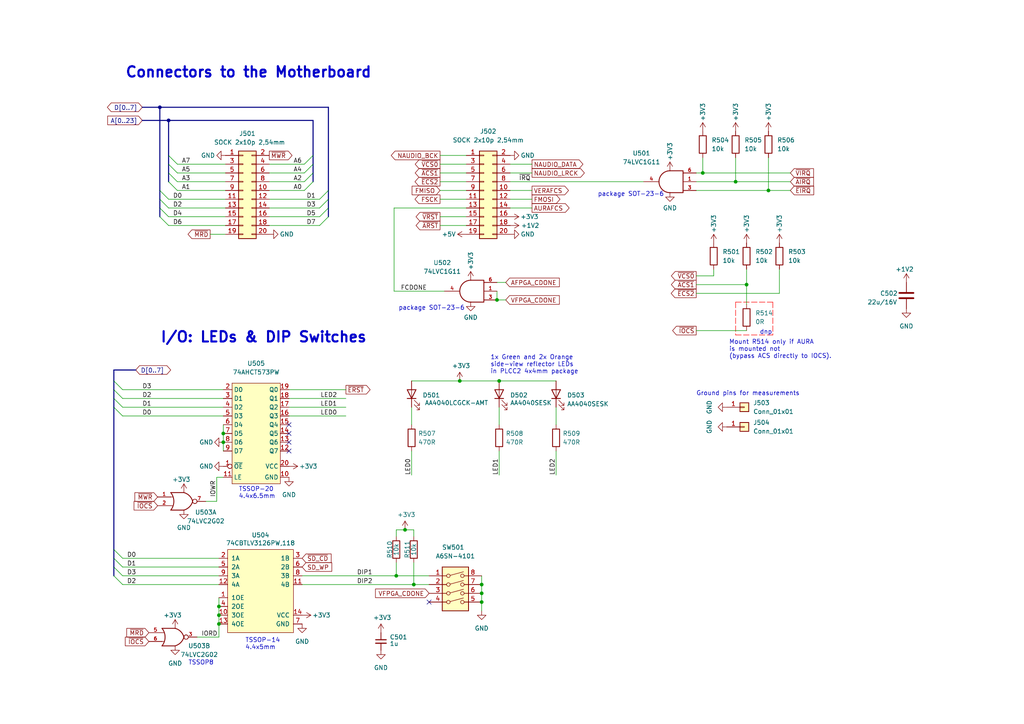
<source format=kicad_sch>
(kicad_sch (version 20211123) (generator eeschema)
  (paper "A4")
  (title_block (title "OpenX65 - Video/Audio & Ethernet Board") (date "2023-04-28") (rev "rev01") (company "FOR X65.EU DESIGNED BY JSYKORA.INFO") (comment 1 "Motherboard Connectors, simple I/O"))
  (lib_symbols
    (symbol "74xGxx:74LVC1G11" (pin_names (offset 1.016))
      (property "Reference" "U" (at -2.54 5.08 0))
      (property "Value" "74LVC1G11" (at 0 -5.08 0))
      (symbol "74LVC1G11_0_1"
        (arc (start 0 -3.175) (mid 3.175 0) (end 0 3.175) (stroke (width 0.254)))
        (polyline (pts (xy 0 -3.175) (xy -3.81 -3.175) (xy -3.81 3.175) (xy 0 3.175)) (stroke (width 0.254)))
      )
      (symbol "74LVC1G11_1_1"
        (pin input line (at -7.62 0 0) (length 3.81) (name "~") (number "1"))
        (pin power_in line (at 0 -3.175 270) (length 0) hide (name "GND") (number "2"))
        (pin input line (at -7.62 -2.54 0) (length 3.81) (name "~") (number "3"))
        (pin output line (at 7.62 0 180) (length 4.445) (name "~") (number "4"))
        (pin power_in line (at 0 3.175 90) (length 0) hide (name "VCC") (number "5"))
        (pin input line (at -7.62 2.54 0) (length 3.81) (name "~") (number "6"))
      )
    )
    (symbol "74xGxx:74LVC2G02" (pin_names (offset 1.016))
      (property "Reference" "U" (at -2.54 3.81 0))
      (property "Value" "74LVC2G02" (at 0 -3.81 0))
      (symbol "74LVC2G02_0_1"
        (arc (start -3.81 -2.54) (mid -2.919 0) (end -3.81 2.54) (stroke (width 0.254)))
        (arc (start 0 -2.54) (mid 1.5993 -1.6027) (end 2.54 0) (stroke (width 0.254)))
        (polyline (pts (xy -3.81 -1.27) (xy -3.175 -1.27)))
        (polyline (pts (xy -3.81 1.27) (xy -3.175 1.27)))
        (polyline (pts (xy 0 -2.54) (xy -3.81 -2.54)) (stroke (width 0.254)) (fill (type background)))
        (polyline (pts (xy 0 2.54) (xy -3.81 2.54)) (stroke (width 0.254)) (fill (type background)))
        (arc (start 2.54 0) (mid 1.6119 1.6152) (end 0 2.54) (stroke (width 0.254)))
        (pin power_in line (at 0 -2.54 270) (length 0) hide (name "GND") (number "4"))
        (pin power_in line (at 0 2.54 90) (length 0) hide (name "VCC") (number "8"))
      )
      (symbol "74LVC2G02_1_1"
        (pin input line (at -7.62 1.27 0) (length 3.81) (name "~") (number "1"))
        (pin input line (at -7.62 -1.27 0) (length 3.81) (name "~") (number "2"))
        (pin output inverted (at 6.35 0 180) (length 3.81) (name "~") (number "7"))
      )
      (symbol "74LVC2G02_2_1"
        (pin output inverted (at 6.35 0 180) (length 3.81) (name "~") (number "3"))
        (pin input line (at -7.62 1.27 0) (length 3.81) (name "~") (number "5"))
        (pin input line (at -7.62 -1.27 0) (length 3.81) (name "~") (number "6"))
      )
    )
    (symbol "Connector_Generic:Conn_01x01" (pin_names (offset 1.016) hide)
      (property "Reference" "J" (at 0 2.54 0))
      (property "Value" "Conn_01x01" (at 0 -2.54 0))
      (symbol "Conn_01x01_1_1"
        (rectangle (start -1.27 0.127) (end 0 -0.127) (stroke (width 0.1524)))
        (rectangle (start -1.27 1.27) (end 1.27 -1.27) (stroke (width 0.254)) (fill (type background)))
        (pin passive line (at -5.08 0 0) (length 3.81) (name "Pin_1") (number "1"))
      )
    )
    (symbol "Connector_Generic:Conn_02x10_Odd_Even" (pin_names (offset 1.016) hide)
      (property "Reference" "J" (at 1.27 12.7 0))
      (property "Value" "Conn_02x10_Odd_Even" (at 1.27 -15.24 0))
      (symbol "Conn_02x10_Odd_Even_1_1"
        (rectangle (start -1.27 -12.573) (end 0 -12.827) (stroke (width 0.1524)))
        (rectangle (start -1.27 -10.033) (end 0 -10.287) (stroke (width 0.1524)))
        (rectangle (start -1.27 -7.493) (end 0 -7.747) (stroke (width 0.1524)))
        (rectangle (start -1.27 -4.953) (end 0 -5.207) (stroke (width 0.1524)))
        (rectangle (start -1.27 -2.413) (end 0 -2.667) (stroke (width 0.1524)))
        (rectangle (start -1.27 0.127) (end 0 -0.127) (stroke (width 0.1524)))
        (rectangle (start -1.27 2.667) (end 0 2.413) (stroke (width 0.1524)))
        (rectangle (start -1.27 5.207) (end 0 4.953) (stroke (width 0.1524)))
        (rectangle (start -1.27 7.747) (end 0 7.493) (stroke (width 0.1524)))
        (rectangle (start -1.27 10.287) (end 0 10.033) (stroke (width 0.1524)))
        (rectangle (start -1.27 11.43) (end 3.81 -13.97) (stroke (width 0.254)) (fill (type background)))
        (rectangle (start 3.81 -12.573) (end 2.54 -12.827) (stroke (width 0.1524)))
        (rectangle (start 3.81 -10.033) (end 2.54 -10.287) (stroke (width 0.1524)))
        (rectangle (start 3.81 -7.493) (end 2.54 -7.747) (stroke (width 0.1524)))
        (rectangle (start 3.81 -4.953) (end 2.54 -5.207) (stroke (width 0.1524)))
        (rectangle (start 3.81 -2.413) (end 2.54 -2.667) (stroke (width 0.1524)))
        (rectangle (start 3.81 0.127) (end 2.54 -0.127) (stroke (width 0.1524)))
        (rectangle (start 3.81 2.667) (end 2.54 2.413) (stroke (width 0.1524)))
        (rectangle (start 3.81 5.207) (end 2.54 4.953) (stroke (width 0.1524)))
        (rectangle (start 3.81 7.747) (end 2.54 7.493) (stroke (width 0.1524)))
        (rectangle (start 3.81 10.287) (end 2.54 10.033) (stroke (width 0.1524)))
        (pin passive line (at -5.08 10.16 0) (length 3.81) (name "Pin_1") (number "1"))
        (pin passive line (at 7.62 0 180) (length 3.81) (name "Pin_10") (number "10"))
        (pin passive line (at -5.08 -2.54 0) (length 3.81) (name "Pin_11") (number "11"))
        (pin passive line (at 7.62 -2.54 180) (length 3.81) (name "Pin_12") (number "12"))
        (pin passive line (at -5.08 -5.08 0) (length 3.81) (name "Pin_13") (number "13"))
        (pin passive line (at 7.62 -5.08 180) (length 3.81) (name "Pin_14") (number "14"))
        (pin passive line (at -5.08 -7.62 0) (length 3.81) (name "Pin_15") (number "15"))
        (pin passive line (at 7.62 -7.62 180) (length 3.81) (name "Pin_16") (number "16"))
        (pin passive line (at -5.08 -10.16 0) (length 3.81) (name "Pin_17") (number "17"))
        (pin passive line (at 7.62 -10.16 180) (length 3.81) (name "Pin_18") (number "18"))
        (pin passive line (at -5.08 -12.7 0) (length 3.81) (name "Pin_19") (number "19"))
        (pin passive line (at 7.62 10.16 180) (length 3.81) (name "Pin_2") (number "2"))
        (pin passive line (at 7.62 -12.7 180) (length 3.81) (name "Pin_20") (number "20"))
        (pin passive line (at -5.08 7.62 0) (length 3.81) (name "Pin_3") (number "3"))
        (pin passive line (at 7.62 7.62 180) (length 3.81) (name "Pin_4") (number "4"))
        (pin passive line (at -5.08 5.08 0) (length 3.81) (name "Pin_5") (number "5"))
        (pin passive line (at 7.62 5.08 180) (length 3.81) (name "Pin_6") (number "6"))
        (pin passive line (at -5.08 2.54 0) (length 3.81) (name "Pin_7") (number "7"))
        (pin passive line (at 7.62 2.54 180) (length 3.81) (name "Pin_8") (number "8"))
        (pin passive line (at -5.08 0 0) (length 3.81) (name "Pin_9") (number "9"))
      )
    )
    (symbol "Device:C" (pin_numbers hide) (pin_names (offset 0.254))
      (property "Reference" "C" (at 0.635 2.54 0))
      (property "Value" "C" (at 0.635 -2.54 0))
      (symbol "C_0_1"
        (polyline (pts (xy -2.032 -0.762) (xy 2.032 -0.762)) (stroke (width 0.508)))
        (polyline (pts (xy -2.032 0.762) (xy 2.032 0.762)) (stroke (width 0.508)))
      )
      (symbol "C_1_1"
        (pin passive line (at 0 3.81 270) (length 2.794) (name "~") (number "1"))
        (pin passive line (at 0 -3.81 90) (length 2.794) (name "~") (number "2"))
      )
    )
    (symbol "Device:C_Small" (pin_numbers hide) (pin_names (offset 0.254) hide)
      (property "Reference" "C" (at 0.254 1.778 0))
      (property "Value" "C_Small" (at 0.254 -2.032 0))
      (symbol "C_Small_0_1"
        (polyline (pts (xy -1.524 -0.508) (xy 1.524 -0.508)) (stroke (width 0.3302)))
        (polyline (pts (xy -1.524 0.508) (xy 1.524 0.508)) (stroke (width 0.3048)))
      )
      (symbol "C_Small_1_1"
        (pin passive line (at 0 2.54 270) (length 2.032) (name "~") (number "1"))
        (pin passive line (at 0 -2.54 90) (length 2.032) (name "~") (number "2"))
      )
    )
    (symbol "Device:LED" (pin_numbers hide) (pin_names (offset 1.016) hide)
      (property "Reference" "D" (at 0 2.54 0))
      (property "Value" "LED" (at 0 -2.54 0))
      (symbol "LED_0_1"
        (polyline (pts (xy -1.27 -1.27) (xy -1.27 1.27)) (stroke (width 0.254)))
        (polyline (pts (xy -1.27 0) (xy 1.27 0)))
        (polyline (pts (xy 1.27 -1.27) (xy 1.27 1.27) (xy -1.27 0) (xy 1.27 -1.27)) (stroke (width 0.254)))
        (polyline (pts (xy -3.048 -0.762) (xy -4.572 -2.286) (xy -3.81 -2.286) (xy -4.572 -2.286) (xy -4.572 -1.524)))
        (polyline (pts (xy -1.778 -0.762) (xy -3.302 -2.286) (xy -2.54 -2.286) (xy -3.302 -2.286) (xy -3.302 -1.524)))
      )
      (symbol "LED_1_1"
        (pin passive line (at -3.81 0 0) (length 2.54) (name "K") (number "1"))
        (pin passive line (at 3.81 0 180) (length 2.54) (name "A") (number "2"))
      )
    )
    (symbol "Device:R" (pin_numbers hide) (pin_names (offset 0))
      (property "Reference" "R" (at 2.032 0 90))
      (property "Value" "R" (at 0 0 90))
      (symbol "R_0_1"
        (rectangle (start -1.016 -2.54) (end 1.016 2.54) (stroke (width 0.254)))
      )
      (symbol "R_1_1"
        (pin passive line (at 0 3.81 270) (length 1.27) (name "~") (number "1"))
        (pin passive line (at 0 -3.81 90) (length 1.27) (name "~") (number "2"))
      )
    )
    (symbol "GND_1" (power) (pin_names (offset 0))
      (property "Value" "GND_1" (at 0 -3.81 0))
      (symbol "GND_1_0_1"
        (polyline (pts (xy 0 0) (xy 0 -1.27) (xy 1.27 -1.27) (xy 0 -2.54) (xy -1.27 -1.27) (xy 0 -1.27)))
      )
      (symbol "GND_1_1_1"
        (pin power_in line (at 0 0 270) (length 0) hide (name "GND") (number "1"))
      )
    )
    (symbol "Logic574:74AHCT573PW"
      (property "Reference" "U" (at -6.35 -15.875 0))
      (property "Value" "74AHCT573PW" (at -0.635 -17.78 0))
      (symbol "74AHCT573PW_0_1"
        (rectangle (start -6.985 14.605) (end 6.985 -14.605) (fill (type background)))
      )
      (symbol "74AHCT573PW_1_1"
        (pin input inverted (at -9.525 -9.525 0) (length 2.54) (name "~{OE}") (number "1"))
        (pin power_in line (at 9.525 -12.7 180) (length 2.54) (name "GND") (number "10"))
        (pin input line (at -9.525 -12.7 0) (length 2.54) (name "LE") (number "11"))
        (pin tri_state line (at 9.525 -5.08 180) (length 2.54) (name "Q7") (number "12"))
        (pin tri_state line (at 9.525 -2.54 180) (length 2.54) (name "Q6") (number "13"))
        (pin tri_state line (at 9.525 0 180) (length 2.54) (name "Q5") (number "14"))
        (pin tri_state line (at 9.525 2.54 180) (length 2.54) (name "Q4") (number "15"))
        (pin tri_state line (at 9.525 5.08 180) (length 2.54) (name "Q3") (number "16"))
        (pin tri_state line (at 9.525 7.62 180) (length 2.54) (name "Q2") (number "17"))
        (pin tri_state line (at 9.525 10.16 180) (length 2.54) (name "Q1") (number "18"))
        (pin tri_state line (at 9.525 12.7 180) (length 2.54) (name "Q0") (number "19"))
        (pin input line (at -9.525 12.7 0) (length 2.54) (name "D0") (number "2"))
        (pin power_in line (at 9.525 -9.525 180) (length 2.54) (name "VCC") (number "20"))
        (pin input line (at -9.525 10.16 0) (length 2.54) (name "D1") (number "3"))
        (pin input line (at -9.525 7.62 0) (length 2.54) (name "D2") (number "4"))
        (pin input line (at -9.525 5.08 0) (length 2.54) (name "D3") (number "5"))
        (pin input line (at -9.525 2.54 0) (length 2.54) (name "D4") (number "6"))
        (pin input line (at -9.525 0 0) (length 2.54) (name "D5") (number "7"))
        (pin input line (at -9.525 -2.54 0) (length 2.54) (name "D6") (number "8"))
        (pin input line (at -9.525 -5.08 0) (length 2.54) (name "D7") (number "9"))
      )
    )
    (symbol "Switch:SW_DIP_x04" (pin_names (offset 0) hide)
      (property "Reference" "SW" (at 0 8.89 0))
      (property "Value" "SW_DIP_x04" (at 0 -6.35 0))
      (symbol "SW_DIP_x04_0_0"
        (circle (center -2.032 -2.54) (radius 0.508))
        (circle (center -2.032 0) (radius 0.508))
        (circle (center -2.032 2.54) (radius 0.508))
        (circle (center -2.032 5.08) (radius 0.508))
        (polyline (pts (xy -1.524 -2.3876) (xy 2.3622 -1.3462)))
        (polyline (pts (xy -1.524 0.127) (xy 2.3622 1.1684)))
        (polyline (pts (xy -1.524 2.667) (xy 2.3622 3.7084)))
        (polyline (pts (xy -1.524 5.207) (xy 2.3622 6.2484)))
        (circle (center 2.032 -2.54) (radius 0.508))
        (circle (center 2.032 0) (radius 0.508))
        (circle (center 2.032 2.54) (radius 0.508))
        (circle (center 2.032 5.08) (radius 0.508))
      )
      (symbol "SW_DIP_x04_0_1"
        (rectangle (start -3.81 7.62) (end 3.81 -5.08) (stroke (width 0.254)) (fill (type background)))
      )
      (symbol "SW_DIP_x04_1_1"
        (pin passive line (at -7.62 5.08 0) (length 5.08) (name "~") (number "1"))
        (pin passive line (at -7.62 2.54 0) (length 5.08) (name "~") (number "2"))
        (pin passive line (at -7.62 0 0) (length 5.08) (name "~") (number "3"))
        (pin passive line (at -7.62 -2.54 0) (length 5.08) (name "~") (number "4"))
        (pin passive line (at 7.62 -2.54 180) (length 5.08) (name "~") (number "5"))
        (pin passive line (at 7.62 0 180) (length 5.08) (name "~") (number "6"))
        (pin passive line (at 7.62 2.54 180) (length 5.08) (name "~") (number "7"))
        (pin passive line (at 7.62 5.08 180) (length 5.08) (name "~") (number "8"))
      )
    )
    (symbol "power:+1V2" (power) (pin_names (offset 0))
      (property "Value" "+1V2" (at 0 3.556 0))
      (symbol "+1V2_0_1"
        (polyline (pts (xy -0.762 1.27) (xy 0 2.54)))
        (polyline (pts (xy 0 0) (xy 0 2.54)))
        (polyline (pts (xy 0 2.54) (xy 0.762 1.27)))
      )
      (symbol "+1V2_1_1"
        (pin power_in line (at 0 0 90) (length 0) hide (name "+1V2") (number "1"))
      )
    )
    (symbol "power:+3V3" (power) (pin_names (offset 0))
      (property "Value" "+3V3" (at 0 3.556 0))
      (symbol "+3V3_0_1"
        (polyline (pts (xy -0.762 1.27) (xy 0 2.54)))
        (polyline (pts (xy 0 0) (xy 0 2.54)))
        (polyline (pts (xy 0 2.54) (xy 0.762 1.27)))
      )
      (symbol "+3V3_1_1"
        (pin power_in line (at 0 0 90) (length 0) hide (name "+3V3") (number "1"))
      )
    )
    (symbol "power:+5V" (power) (pin_names (offset 0))
      (property "Value" "+5V" (at 0 3.556 0))
      (symbol "+5V_0_1"
        (polyline (pts (xy -0.762 1.27) (xy 0 2.54)))
        (polyline (pts (xy 0 0) (xy 0 2.54)))
        (polyline (pts (xy 0 2.54) (xy 0.762 1.27)))
      )
      (symbol "+5V_1_1"
        (pin power_in line (at 0 0 90) (length 0) hide (name "+5V") (number "1"))
      )
    )
    (symbol "power:GND" (power) (pin_names (offset 0))
      (property "Value" "GND" (at 0 -3.81 0))
      (symbol "GND_0_1"
        (polyline (pts (xy 0 0) (xy 0 -1.27) (xy 1.27 -1.27) (xy 0 -2.54) (xy -1.27 -1.27) (xy 0 -1.27)))
      )
      (symbol "GND_1_1"
        (pin power_in line (at 0 0 270) (length 0) hide (name "GND") (number "1"))
      )
    )
    (symbol "vera-module:74CBTLV3126PW,118" (pin_names (offset 1.016))
      (property "Reference" "U" (at 1.27 1.27 0))
      (property "Value" "74CBTLV3126PW,118" (at 7.62 -25.4 0))
      (symbol "74CBTLV3126PW,118_0_1"
        (rectangle (start 0 0) (end 19.05 -24.13) (fill (type background)))
      )
      (symbol "74CBTLV3126PW,118_1_1"
        (pin input line (at -2.54 -13.97 0) (length 2.54) (name "1OE") (number "1"))
        (pin input line (at -2.54 -19.05 0) (length 2.54) (name "3OE") (number "10"))
        (pin bidirectional line (at 21.59 -10.16 180) (length 2.54) (name "4B") (number "11"))
        (pin bidirectional line (at -2.54 -10.16 0) (length 2.54) (name "4A") (number "12"))
        (pin input line (at -2.54 -21.59 0) (length 2.54) (name "4OE") (number "13"))
        (pin power_in line (at 21.59 -19.05 180) (length 2.54) (name "VCC") (number "14"))
        (pin bidirectional line (at -2.54 -2.54 0) (length 2.54) (name "1A") (number "2"))
        (pin bidirectional line (at 21.59 -2.54 180) (length 2.54) (name "1B") (number "3"))
        (pin input line (at -2.54 -16.51 0) (length 2.54) (name "2OE") (number "4"))
        (pin bidirectional line (at -2.54 -5.08 0) (length 2.54) (name "2A") (number "5"))
        (pin bidirectional line (at 21.59 -5.08 180) (length 2.54) (name "2B") (number "6"))
        (pin power_in line (at 21.59 -21.59 180) (length 2.54) (name "GND") (number "7"))
        (pin bidirectional line (at 21.59 -7.62 180) (length 2.54) (name "3B") (number "8"))
        (pin bidirectional line (at -2.54 -7.62 0) (length 2.54) (name "3A") (number "9"))
      )
    )
  )
  (junction (at 63.5 175.895))
  (junction (at 216.535 82.55))
  (junction (at 203.835 50.165))
  (junction (at 117.475 153.67))
  (junction (at 139.7 169.545))
  (junction (at 144.145 86.995))
  (junction (at 64.77 125.73))
  (junction (at 63.5 180.975))
  (junction (at 213.36 52.705))
  (junction (at 139.7 172.085))
  (junction (at 133.35 110.49))
  (junction (at 114.935 167.005))
  (junction (at 46.355 31.115))
  (junction (at 139.7 174.625))
  (junction (at 48.895 34.925))
  (junction (at 64.77 128.27))
  (junction (at 63.5 178.435))
  (junction (at 144.78 110.49))
  (junction (at 222.885 55.245))
  (junction (at 120.015 169.545))
  (no_connect (at 83.82 130.81))
  (no_connect (at 124.46 174.625))
  (no_connect (at 83.82 128.27))
  (no_connect (at 83.82 125.73))
  (no_connect (at 83.82 123.19))
  (bus_entry (at 33.02 118.11) (size 2.54 2.54))
  (bus_entry (at 51.435 52.705) (size -2.54 -2.54))
  (bus_entry (at 33.02 164.465) (size 2.54 2.54))
  (bus_entry (at 33.02 115.57) (size 2.54 2.54))
  (bus_entry (at 48.895 60.325) (size -2.54 -2.54))
  (bus_entry (at 92.71 57.785) (size 2.54 -2.54))
  (bus_entry (at 48.895 45.085) (size 2.54 2.54))
  (bus_entry (at 33.02 167.005) (size 2.54 2.54))
  (bus_entry (at 88.265 52.705) (size 2.54 -2.54))
  (bus_entry (at 88.265 55.245) (size 2.54 -2.54))
  (bus_entry (at 51.435 55.245) (size -2.54 -2.54))
  (bus_entry (at 92.71 62.865) (size 2.54 -2.54))
  (bus_entry (at 48.895 62.865) (size -2.54 -2.54))
  (bus_entry (at 92.71 60.325) (size 2.54 -2.54))
  (bus_entry (at 48.895 57.785) (size -2.54 -2.54))
  (bus_entry (at 33.02 110.49) (size 2.54 2.54))
  (bus_entry (at 33.02 113.03) (size 2.54 2.54))
  (bus_entry (at 92.71 65.405) (size 2.54 -2.54))
  (bus_entry (at 88.265 47.625) (size 2.54 -2.54))
  (bus_entry (at 88.265 50.165) (size 2.54 -2.54))
  (bus_entry (at 33.02 161.925) (size 2.54 2.54))
  (bus_entry (at 33.02 159.385) (size 2.54 2.54))
  (bus_entry (at 48.895 65.405) (size -2.54 -2.54))
  (bus_entry (at 51.435 50.165) (size -2.54 -2.54))
  (wire (pts (xy 59.69 145.415) (xy 62.865 145.415)))
  (wire (pts (xy 64.77 128.27) (xy 64.77 130.81)))
  (wire (pts (xy 57.15 184.785) (xy 63.5 184.785)))
  (wire (pts (xy 114.935 153.67) (xy 114.935 155.575)))
  (wire (pts (xy 147.955 50.165) (xy 154.305 50.165)))
  (wire (pts (xy 127.635 47.625) (xy 135.255 47.625)))
  (wire (pts (xy 229.235 50.165) (xy 203.835 50.165)))
  (wire (pts (xy 114.935 163.195) (xy 114.935 167.005)))
  (wire (pts (xy 83.82 113.03) (xy 100.33 113.03)))
  (wire (pts (xy 48.895 62.865) (xy 65.405 62.865)))
  (wire (pts (xy 147.955 55.245) (xy 154.305 55.245)))
  (wire (pts (xy 63.5 175.895) (xy 63.5 178.435)))
  (wire (pts (xy 144.78 110.49) (xy 161.29 110.49)))
  (wire (pts (xy 216.535 82.55) (xy 216.535 78.105)))
  (wire (pts (xy 127.635 50.165) (xy 135.255 50.165)))
  (wire (pts (xy 144.78 118.11) (xy 144.78 123.19)))
  (wire (pts (xy 78.105 47.625) (xy 88.265 47.625)))
  (bus (pts (xy 33.02 107.315) (xy 39.37 107.315)))
  (wire (pts (xy 222.885 45.72) (xy 222.885 55.245)))
  (wire (pts (xy 51.435 50.165) (xy 65.405 50.165)))
  (bus (pts (xy 48.895 50.165) (xy 48.895 52.705)))
  (wire (pts (xy 201.93 95.885) (xy 216.535 95.885)))
  (wire (pts (xy 147.955 52.705) (xy 186.69 52.705)))
  (wire (pts (xy 146.685 81.915) (xy 144.145 81.915)))
  (wire (pts (xy 216.535 82.55) (xy 216.535 88.265)))
  (bus (pts (xy 33.02 118.11) (xy 33.02 159.385)))
  (wire (pts (xy 203.835 45.72) (xy 203.835 50.165)))
  (wire (pts (xy 83.82 118.11) (xy 100.33 118.11)))
  (polyline (pts (xy 224.155 87.63) (xy 224.155 97.155)) (stroke (width 0) (color 255 0 0 1)))
  (wire (pts (xy 226.06 85.09) (xy 226.06 78.105)))
  (bus (pts (xy 33.02 115.57) (xy 33.02 118.11)))
  (bus (pts (xy 95.25 60.325) (xy 95.25 62.865)))
  (wire (pts (xy 139.7 169.545) (xy 139.7 172.085)))
  (polyline (pts (xy 224.155 97.155) (xy 213.36 97.155)) (stroke (width 0) (color 255 0 0 1)))
  (wire (pts (xy 201.93 85.09) (xy 226.06 85.09)))
  (wire (pts (xy 213.36 52.705) (xy 229.235 52.705)))
  (wire (pts (xy 48.895 60.325) (xy 65.405 60.325)))
  (wire (pts (xy 78.105 57.785) (xy 92.71 57.785)))
  (bus (pts (xy 33.02 159.385) (xy 33.02 161.925)))
  (wire (pts (xy 144.78 130.81) (xy 144.78 137.795)))
  (wire (pts (xy 203.835 50.165) (xy 201.93 50.165)))
  (wire (pts (xy 201.93 80.01) (xy 207.01 80.01)))
  (bus (pts (xy 33.02 164.465) (xy 33.02 167.005)))
  (wire (pts (xy 119.38 130.81) (xy 119.38 137.795)))
  (wire (pts (xy 87.63 167.005) (xy 114.935 167.005)))
  (bus (pts (xy 95.25 31.115) (xy 95.25 55.245)))
  (bus (pts (xy 90.805 50.165) (xy 90.805 52.705)))
  (wire (pts (xy 127.635 57.785) (xy 135.255 57.785)))
  (wire (pts (xy 117.475 153.67) (xy 114.935 153.67)))
  (wire (pts (xy 147.955 60.325) (xy 154.305 60.325)))
  (wire (pts (xy 35.56 161.925) (xy 63.5 161.925)))
  (wire (pts (xy 147.955 57.785) (xy 154.305 57.785)))
  (wire (pts (xy 35.56 113.03) (xy 64.77 113.03)))
  (wire (pts (xy 48.895 57.785) (xy 65.405 57.785)))
  (wire (pts (xy 144.145 86.995) (xy 146.685 86.995)))
  (wire (pts (xy 139.7 172.085) (xy 139.7 174.625)))
  (bus (pts (xy 48.895 45.085) (xy 48.895 47.625)))
  (wire (pts (xy 64.77 123.19) (xy 64.77 125.73)))
  (wire (pts (xy 87.63 169.545) (xy 120.015 169.545)))
  (wire (pts (xy 119.38 110.49) (xy 133.35 110.49)))
  (bus (pts (xy 33.02 110.49) (xy 33.02 113.03)))
  (wire (pts (xy 229.235 55.245) (xy 222.885 55.245)))
  (wire (pts (xy 127.635 52.705) (xy 135.255 52.705)))
  (wire (pts (xy 127.635 55.245) (xy 135.255 55.245)))
  (bus (pts (xy 90.805 50.165) (xy 90.805 47.625)))
  (wire (pts (xy 35.56 167.005) (xy 63.5 167.005)))
  (wire (pts (xy 120.015 169.545) (xy 124.46 169.545)))
  (wire (pts (xy 127.635 45.085) (xy 135.255 45.085)))
  (bus (pts (xy 90.805 34.925) (xy 48.895 34.925)))
  (wire (pts (xy 114.3 84.455) (xy 128.905 84.455)))
  (wire (pts (xy 127.635 62.865) (xy 135.255 62.865)))
  (wire (pts (xy 51.435 52.705) (xy 65.405 52.705)))
  (bus (pts (xy 46.355 57.785) (xy 46.355 55.245)))
  (bus (pts (xy 48.895 47.625) (xy 48.895 50.165)))
  (bus (pts (xy 48.895 34.925) (xy 48.895 45.085)))
  (wire (pts (xy 127.635 65.405) (xy 135.255 65.405)))
  (wire (pts (xy 60.96 67.945) (xy 65.405 67.945)))
  (wire (pts (xy 119.38 118.11) (xy 119.38 123.19)))
  (wire (pts (xy 139.7 167.005) (xy 139.7 169.545)))
  (wire (pts (xy 64.77 125.73) (xy 64.77 128.27)))
  (bus (pts (xy 46.355 60.325) (xy 46.355 62.865)))
  (wire (pts (xy 78.105 55.245) (xy 88.265 55.245)))
  (bus (pts (xy 90.805 34.925) (xy 90.805 45.085)))
  (wire (pts (xy 161.29 130.81) (xy 161.29 137.795)))
  (wire (pts (xy 114.3 60.325) (xy 114.3 84.455)))
  (bus (pts (xy 46.355 31.115) (xy 95.25 31.115)))
  (wire (pts (xy 139.7 174.625) (xy 139.7 177.165)))
  (bus (pts (xy 41.275 34.925) (xy 48.895 34.925)))
  (wire (pts (xy 83.82 120.65) (xy 100.33 120.65)))
  (bus (pts (xy 90.805 47.625) (xy 90.805 45.085)))
  (wire (pts (xy 63.5 178.435) (xy 63.5 180.975)))
  (wire (pts (xy 114.935 167.005) (xy 124.46 167.005)))
  (wire (pts (xy 63.5 173.355) (xy 63.5 175.895)))
  (wire (pts (xy 78.105 65.405) (xy 92.71 65.405)))
  (polyline (pts (xy 213.36 87.63) (xy 213.36 97.155)) (stroke (width 0) (color 255 0 0 1)))
  (wire (pts (xy 114.3 60.325) (xy 135.255 60.325)))
  (wire (pts (xy 35.56 118.11) (xy 64.77 118.11)))
  (wire (pts (xy 83.82 115.57) (xy 100.33 115.57)))
  (wire (pts (xy 201.93 82.55) (xy 216.535 82.55)))
  (wire (pts (xy 78.105 62.865) (xy 92.71 62.865)))
  (wire (pts (xy 201.93 52.705) (xy 213.36 52.705)))
  (wire (pts (xy 222.885 55.245) (xy 201.93 55.245)))
  (wire (pts (xy 35.56 115.57) (xy 64.77 115.57)))
  (wire (pts (xy 62.865 145.415) (xy 62.865 138.43)))
  (wire (pts (xy 144.78 110.49) (xy 133.35 110.49)))
  (wire (pts (xy 144.145 84.455) (xy 144.145 86.995)))
  (wire (pts (xy 161.29 118.11) (xy 161.29 123.19)))
  (bus (pts (xy 33.02 113.03) (xy 33.02 115.57)))
  (wire (pts (xy 62.865 138.43) (xy 64.77 138.43)))
  (wire (pts (xy 120.015 163.195) (xy 120.015 169.545)))
  (bus (pts (xy 95.25 57.785) (xy 95.25 60.325)))
  (wire (pts (xy 78.105 50.165) (xy 88.265 50.165)))
  (bus (pts (xy 33.02 107.315) (xy 33.02 110.49)))
  (bus (pts (xy 46.355 55.245) (xy 46.355 31.115)))
  (wire (pts (xy 120.015 153.67) (xy 117.475 153.67)))
  (wire (pts (xy 213.36 45.72) (xy 213.36 52.705)))
  (wire (pts (xy 78.105 52.705) (xy 88.265 52.705)))
  (bus (pts (xy 33.02 161.925) (xy 33.02 164.465)))
  (wire (pts (xy 35.56 120.65) (xy 64.77 120.65)))
  (wire (pts (xy 51.435 47.625) (xy 65.405 47.625)))
  (wire (pts (xy 35.56 164.465) (xy 63.5 164.465)))
  (wire (pts (xy 147.955 47.625) (xy 154.305 47.625)))
  (wire (pts (xy 207.01 80.01) (xy 207.01 78.105)))
  (bus (pts (xy 41.275 31.115) (xy 46.355 31.115)))
  (wire (pts (xy 35.56 169.545) (xy 63.5 169.545)))
  (wire (pts (xy 48.895 65.405) (xy 65.405 65.405)))
  (wire (pts (xy 51.435 55.245) (xy 65.405 55.245)))
  (polyline (pts (xy 213.36 87.63) (xy 224.155 87.63)) (stroke (width 0) (color 255 0 0 1)))
  (bus (pts (xy 46.355 57.785) (xy 46.355 60.325)))
  (wire (pts (xy 120.015 155.575) (xy 120.015 153.67)))
  (wire (pts (xy 63.5 184.785) (xy 63.5 180.975)))
  (bus (pts (xy 95.25 55.245) (xy 95.25 57.785)))
  (wire (pts (xy 78.105 60.325) (xy 92.71 60.325)))
  (text "package SOT-23-6" (at 173.355 57.15 0) (effects (font (size 1.27 1.27)) (justify left bottom)))
  (text "Ground pins for measurements" (at 201.93 114.935 0) (effects (font (size 1.27 1.27)) (justify left bottom)))
  (text "TSSOP8" (at 54.61 193.04 0) (effects (font (size 1.27 1.27)) (justify left bottom)))
  (text "Mount R514 only if AURA\nis mounted not\n(bypass ACS directly to IOCS)." (at 211.455 104.14 0) (effects (font (size 1.27 1.27)) (justify left bottom)))
  (text "dnp" (at 220.345 97.155 0) (effects (font (size 1.27 1.27)) (justify left bottom)))
  (text "TSSOP-14\n4.4x5mm" (at 71.12 188.595 0) (effects (font (size 1.27 1.27)) (justify left bottom)))
  (text "TSSOP-20\n4.4x6.5mm" (at 69.215 144.78 0) (effects (font (size 1.27 1.27)) (justify left bottom)))
  (text "package SOT-23-6" (at 115.57 90.17 0) (effects (font (size 1.27 1.27)) (justify left bottom)))
  (text "1x Green and 2x Orange\nside-view reflector LEDs\nin PLCC2 4x4mm package" (at 142.24 108.585 0) (effects (font (size 1.27 1.27)) (justify left bottom)))
  (text "Connectors to the Motherboard" (at 36.195 22.86 0) (effects (font (size 3 3) (thickness 0.6) bold) (justify left bottom)))
  (text "I/O: LEDs & DIP Switches" (at 46.355 99.695 0) (effects (font (size 3 3) (thickness 0.6) bold) (justify left bottom)))
  (label "IORD" (at 58.42 184.785 0))
  (label "D4" (at 50.165 62.865 0))
  (label "LED2" (at 97.79 115.57 180))
  (label "A1" (at 52.705 55.245 0))
  (label "A7" (at 52.705 47.625 0))
  (label "LED1" (at 144.78 137.795 90))
  (label "D3" (at 88.9 60.325 0))
  (label "DIP2" (at 103.505 169.545 0))
  (label "D6" (at 50.165 65.405 0))
  (label "D7" (at 88.9 65.405 0))
  (label "LED0" (at 97.79 120.65 180))
  (label "A5" (at 52.705 50.165 0))
  (label "FCDONE" (at 116.205 84.455 0))
  (label "D3" (at 36.83 167.005 0))
  (label "~{IRQ}" (at 150.495 52.705 0))
  (label "D3" (at 41.275 113.03 0))
  (label "A4" (at 85.09 50.165 0))
  (label "LED1" (at 97.79 118.11 180))
  (label "D1" (at 36.83 164.465 0))
  (label "D2" (at 50.165 60.325 0))
  (label "LED2" (at 161.29 137.795 90))
  (label "IOWR" (at 62.865 144.145 90))
  (label "D1" (at 41.275 118.11 0))
  (label "DIP1" (at 103.505 167.005 0))
  (label "D0" (at 41.275 120.65 0))
  (label "A0" (at 85.09 55.245 0))
  (label "A6" (at 85.09 47.625 0))
  (label "D0" (at 50.165 57.785 0))
  (label "D5" (at 88.9 62.865 0))
  (label "D2" (at 36.83 169.545 0))
  (label "A3" (at 52.705 52.705 0))
  (label "D0" (at 36.83 161.925 0))
  (label "LED0" (at 119.38 137.795 90))
  (label "D1" (at 88.9 57.785 0))
  (label "D2" (at 41.275 115.57 0))
  (label "A2" (at 85.09 52.705 0))
  (global_label "VERAFCS" (shape output) (at 154.305 55.245 0) (property "Intersheet References" "${INTERSHEET_REFS}" (effects hide)))
  (global_label "FMISO" (shape input) (at 127.635 55.245 180) (property "Intersheet References" "${INTERSHEET_REFS}" (effects hide)))
  (global_label "A[0..23]" (shape input) (at 41.275 34.925 180) (property "Intersheet References" "${INTERSHEET_REFS}" (effects hide)))
  (global_label "D[0..7]" (shape bidirectional) (at 39.37 107.315 0) (property "Intersheet References" "${INTERSHEET_REFS}" (effects hide)))
  (global_label "SD_WP" (shape input) (at 87.63 164.465 0) (property "Intersheet References" "${INTERSHEET_REFS}" (effects hide)))
  (global_label "FSCK" (shape output) (at 127.635 57.785 180) (property "Intersheet References" "${INTERSHEET_REFS}" (effects hide)))
  (global_label "~{ARST}" (shape output) (at 127.635 65.405 180) (property "Intersheet References" "${INTERSHEET_REFS}" (effects hide)))
  (global_label "~{ERST}" (shape output) (at 100.33 113.03 0) (property "Intersheet References" "${INTERSHEET_REFS}" (effects hide)))
  (global_label "FMOSI" (shape output) (at 154.305 57.785 0) (property "Intersheet References" "${INTERSHEET_REFS}" (effects hide)))
  (global_label "~{IOCS}" (shape input) (at 45.72 146.685 180) (property "Reference mezi listy" "${INTERSHEET_REFS}" (effects hide)))
  (global_label "~{AIRQ}" (shape input) (at 229.235 52.705 0) (property "Intersheet References" "${INTERSHEET_REFS}" (effects hide)))
  (global_label "NAUDIO_DATA" (shape output) (at 154.305 47.625 0) (property "Intersheet References" "${INTERSHEET_REFS}" (effects hide)))
  (global_label "~{IOCS}" (shape input) (at 43.18 186.055 180) (property "Reference mezi listy" "${INTERSHEET_REFS}" (effects hide)))
  (global_label "~{VCS0}" (shape output) (at 127.635 47.625 180) (property "Intersheet References" "${INTERSHEET_REFS}" (effects hide)))
  (global_label "~{VIRQ}" (shape input) (at 229.235 50.165 0) (property "Intersheet References" "${INTERSHEET_REFS}" (effects hide)))
  (global_label "~{MRD}" (shape output) (at 60.96 67.945 180) (property "Intersheet References" "${INTERSHEET_REFS}" (effects hide)))
  (global_label "~{VCS0}" (shape output) (at 201.93 80.01 180) (property "Intersheet References" "${INTERSHEET_REFS}" (effects hide)))
  (global_label "~{MWR}" (shape input) (at 45.72 144.145 180) (property "Intersheet References" "${INTERSHEET_REFS}" (effects hide)))
  (global_label "VFPGA_CDONE" (shape input) (at 146.685 86.995 0) (property "Intersheet References" "${INTERSHEET_REFS}" (effects hide)))
  (global_label "NAUDIO_BCK" (shape output) (at 127.635 45.085 180) (property "Intersheet References" "${INTERSHEET_REFS}" (effects hide)))
  (global_label "NAUDIO_LRCK" (shape output) (at 154.305 50.165 0) (property "Intersheet References" "${INTERSHEET_REFS}" (effects hide)))
  (global_label "D[0..7]" (shape bidirectional) (at 41.275 31.115 180) (property "Intersheet References" "${INTERSHEET_REFS}" (effects hide)))
  (global_label "AFPGA_CDONE" (shape input) (at 146.685 81.915 0) (property "Reference mezi listy" "${INTERSHEET_REFS}" (effects hide)))
  (global_label "~{ECS2}" (shape output) (at 127.635 52.705 180) (property "Intersheet References" "${INTERSHEET_REFS}" (effects hide)))
  (global_label "~{VRST}" (shape output) (at 127.635 62.865 180) (property "Intersheet References" "${INTERSHEET_REFS}" (effects hide)))
  (global_label "~{MRD}" (shape input) (at 43.18 183.515 180) (property "Intersheet References" "${INTERSHEET_REFS}" (effects hide)))
  (global_label "AURAFCS" (shape output) (at 154.305 60.325 0) (property "Intersheet References" "${INTERSHEET_REFS}" (effects hide)))
  (global_label "~{ACS1}" (shape output) (at 127.635 50.165 180) (property "Intersheet References" "${INTERSHEET_REFS}" (effects hide)))
  (global_label "VFPGA_CDONE" (shape input) (at 124.46 172.085 180) (property "Intersheet References" "${INTERSHEET_REFS}" (effects hide)))
  (global_label "~{ECS2}" (shape output) (at 201.93 85.09 180) (property "Intersheet References" "${INTERSHEET_REFS}" (effects hide)))
  (global_label "~{MWR}" (shape output) (at 78.105 45.085 0) (property "Intersheet References" "${INTERSHEET_REFS}" (effects hide)))
  (global_label "~{SD_CD}" (shape input) (at 87.63 161.925 0) (property "Intersheet References" "${INTERSHEET_REFS}" (effects hide)))
  (global_label "~{ACS1}" (shape output) (at 201.93 82.55 180) (property "Intersheet References" "${INTERSHEET_REFS}" (effects hide)))
  (global_label "~{EIRQ}" (shape input) (at 229.235 55.245 0) (property "Reference mezi listy" "${INTERSHEET_REFS}" (effects hide)))
  (global_label "~{IOCS}" (shape output) (at 201.93 95.885 180) (property "Reference mezi listy" "${INTERSHEET_REFS}" (effects hide)))
  (symbol (lib_id "Device:C_Small") (at 110.49 186.055 0) (unit 1)
    (property "Reference" "C501" (at 113.03 184.785 0) (effects (justify left)))
    (property "Value" "1u" (at 113.03 186.69 0) (effects (justify left)))
    (property "Footprint" "Capacitor_SMD:C_0603_1608Metric_Pad1.08x0.95mm_HandSolder" (effects hide))
  )
  (symbol (lib_id "power:+3V3") (at 207.01 70.485 0) (unit 1)
    (property "Reference" "#PWR0508" (effects hide))
    (property "Value" "+3V3" (at 207.01 62.23 90) (effects (justify right)))
  )
  (symbol (lib_id "Device:R") (at 203.835 41.91 0) (unit 1)
    (property "Reference" "R504" (at 206.375 40.6399 0) (effects (justify left)))
    (property "Value" "10k" (at 206.375 43.1799 0) (effects (justify left)))
    (property "Footprint" "Resistor_SMD:R_0603_1608Metric_Pad0.98x0.95mm_HandSolder" (effects hide))
  )
  (symbol (lib_id "power:+3V3") (at 203.835 38.1 0) (unit 1)
    (property "Reference" "#PWR0110" (effects hide))
    (property "Value" "+3V3" (at 203.835 29.845 90) (effects (justify right)))
  )
  (symbol (lib_name "GND_1") (lib_id "power:GND") (at 87.63 180.975 0) (unit 1)
    (property "Reference" "#PWR0521" (effects hide))
    (property "Value" "GND" (at 87.63 186.055 0))
  )
  (symbol (lib_id "power:+1V2") (at 262.89 81.915 0) (unit 1)
    (property "Reference" "#PWR0525" (effects hide))
    (property "Value" "+1V2" (at 259.715 78.105 0) (effects (justify left)))
  )
  (symbol (lib_id "power:+3V3") (at 133.35 110.49 0) (unit 1)
    (property "Reference" "#PWR0522" (effects hide))
    (property "Value" "+3V3" (at 133.731 106.0958 0))
  )
  (symbol (lib_id "power:GND") (at 65.405 45.085 270) (unit 1)
    (property "Reference" "#PWR0501" (effects hide))
    (property "Value" "GND" (at 60.325 45.085 90))
  )
  (symbol (lib_name "GND_1") (lib_id "power:GND") (at 64.77 128.27 270) (unit 1)
    (property "Reference" "#PWR0113" (effects hide))
    (property "Value" "GND" (at 57.785 128.27 90) (effects (justify left)))
  )
  (symbol (lib_name "GND_1") (lib_id "power:GND") (at 139.7 177.165 0) (unit 1)
    (property "Reference" "#PWR0115" (effects hide))
    (property "Value" "GND" (at 139.7 182.245 0))
  )
  (symbol (lib_id "Switch:SW_DIP_x04") (at 132.08 172.085 0) (unit 1)
    (property "Reference" "SW501" (at 131.445 158.75 0))
    (property "Value" "A6SN-4101" (at 132.08 161.29 0))
    (property "Footprint" "Button_Switch_SMD:SW_DIP_SPSTx04_Slide_Omron_A6S-410x_W8.9mm_P2.54mm" (effects hide))
  )
  (symbol (lib_id "Connector_Generic:Conn_01x01") (at 215.9 123.825 0) (unit 1) (in_bom no)
    (property "Reference" "J504" (at 218.44 122.5549 0) (effects (justify left)))
    (property "Value" "Conn_01x01" (at 218.44 125.0949 0) (effects (justify left)))
    (property "Footprint" "Connector_PinHeader_2.54mm:PinHeader_1x01_P2.54mm_Vertical" (effects hide))
  )
  (symbol (lib_id "power:+3V3") (at 117.475 153.67 0) (unit 1)
    (property "Reference" "#PWR0114" (effects hide))
    (property "Value" "+3V3" (at 117.856 149.2758 0))
  )
  (symbol (lib_name "GND_1") (lib_id "power:GND") (at 50.8 187.325 0) (unit 1)
    (property "Reference" "#PWR0516" (effects hide))
    (property "Value" "GND" (at 50.8 192.405 0))
  )
  (symbol (lib_id "power:+3V3") (at 83.82 135.255 270) (unit 1)
    (property "Reference" "#PWR0518" (effects hide))
    (property "Value" "+3V3" (at 92.075 135.255 90) (effects (justify right)))
  )
  (symbol (lib_name "GND_1") (lib_id "power:GND") (at 64.77 135.255 270) (unit 1)
    (property "Reference" "#PWR0517" (effects hide))
    (property "Value" "GND" (at 57.785 135.255 90) (effects (justify left)))
  )
  (symbol (lib_id "power:+3V3") (at 222.885 38.1 0) (unit 1)
    (property "Reference" "#PWR0109" (effects hide))
    (property "Value" "+3V3" (at 222.885 29.845 90) (effects (justify right)))
  )
  (symbol (lib_name "GND_1") (lib_id "power:GND") (at 53.34 147.955 0) (unit 1)
    (property "Reference" "#PWR0514" (effects hide))
    (property "Value" "GND" (at 53.34 153.035 0))
  )
  (symbol (lib_id "74xGxx:74LVC1G11") (at 194.31 52.705 0) (mirror y) (unit 1)
    (property "Reference" "U501" (at 186.055 44.45 0))
    (property "Value" "74LVC1G11" (at 186.055 46.99 0))
    (property "Footprint" "Package_TO_SOT_SMD:SOT-23-6_Handsoldering" (effects hide))
    (property "Datasheet" "http://www.ti.com/lit/sg/scyt129e/scyt129e.pdf" (effects hide))
  )
  (symbol (lib_id "Device:R") (at 216.535 74.295 0) (unit 1)
    (property "Reference" "R502" (at 219.075 73.0249 0) (effects (justify left)))
    (property "Value" "10k" (at 219.075 75.5649 0) (effects (justify left)))
    (property "Footprint" "Resistor_SMD:R_0603_1608Metric_Pad0.98x0.95mm_HandSolder" (effects hide))
  )
  (symbol (lib_name "GND_1") (lib_id "power:GND") (at 83.82 138.43 0) (unit 1)
    (property "Reference" "#PWR0519" (effects hide))
    (property "Value" "GND" (at 83.82 143.51 0))
  )
  (symbol (lib_name "GND_1") (lib_id "power:GND") (at 110.49 188.595 0) (unit 1)
    (property "Reference" "#PWR0524" (effects hide))
    (property "Value" "GND" (at 110.49 193.675 0))
  )
  (symbol (lib_id "power:GND") (at 136.525 87.63 0) (unit 1)
    (property "Reference" "#PWR0512" (effects hide))
    (property "Value" "GND" (at 136.525 92.075 0))
  )
  (symbol (lib_id "Device:R") (at 144.78 127 0) (unit 1)
    (property "Reference" "R508" (at 146.685 125.7299 0) (effects (justify left)))
    (property "Value" "470R" (at 146.685 128.2699 0) (effects (justify left)))
    (property "Footprint" "Resistor_SMD:R_0603_1608Metric_Pad0.98x0.95mm_HandSolder" (effects hide))
  )
  (symbol (lib_id "Device:R") (at 161.29 127 0) (unit 1)
    (property "Reference" "R509" (at 163.195 125.7299 0) (effects (justify left)))
    (property "Value" "470R" (at 163.195 128.2699 0) (effects (justify left)))
    (property "Footprint" "Resistor_SMD:R_0603_1608Metric_Pad0.98x0.95mm_HandSolder" (effects hide))
  )
  (symbol (lib_id "power:GND") (at 210.82 118.11 270) (unit 1)
    (property "Reference" "#PWR0527" (effects hide))
    (property "Value" "GND" (at 205.74 118.11 0))
  )
  (symbol (lib_id "Connector_Generic:Conn_02x10_Odd_Even") (at 70.485 55.245 0) (unit 1)
    (property "Reference" "J501" (at 71.755 38.735 0))
    (property "Value" "SOCK 2x10p 2,54mm" (at 72.39 41.275 0))
    (property "Footprint" "Connector_PinSocket_2.54mm:PinSocket_2x10_P2.54mm_Vertical" (effects hide))
  )
  (symbol (lib_id "Device:R") (at 222.885 41.91 0) (unit 1)
    (property "Reference" "R506" (at 225.425 40.6399 0) (effects (justify left)))
    (property "Value" "10k" (at 225.425 43.1799 0) (effects (justify left)))
    (property "Footprint" "Resistor_SMD:R_0603_1608Metric_Pad0.98x0.95mm_HandSolder" (effects hide))
  )
  (symbol (lib_id "Device:LED") (at 161.29 114.3 90) (unit 1)
    (property "Reference" "D503" (at 164.465 114.6174 90) (effects (justify right)))
    (property "Value" "AA4040SESK" (at 164.465 117.1574 90) (effects (justify right)))
    (property "Footprint" "ledplcc2:PLCC2_4x4mm" (effects hide))
  )
  (symbol (lib_id "Device:R") (at 226.06 74.295 0) (unit 1)
    (property "Reference" "R503" (at 228.6 73.0249 0) (effects (justify left)))
    (property "Value" "10k" (at 228.6 75.5649 0) (effects (justify left)))
    (property "Footprint" "Resistor_SMD:R_0603_1608Metric_Pad0.98x0.95mm_HandSolder" (effects hide))
  )
  (symbol (lib_id "power:GND") (at 194.31 55.88 0) (unit 1)
    (property "Reference" "#PWR0107" (effects hide))
    (property "Value" "GND" (at 194.31 60.325 0))
  )
  (symbol (lib_id "74xGxx:74LVC2G02") (at 50.8 184.785 0) (unit 2)
    (property "Reference" "U503" (at 57.785 187.325 0))
    (property "Value" "74LVC2G02" (at 57.785 189.865 0))
    (property "Footprint" "Package_SO:TSSOP-8_3x3mm_P0.65mm" (effects hide))
    (property "Datasheet" "http://www.ti.com/lit/sg/scyt129e/scyt129e.pdf" (effects hide))
  )
  (symbol (lib_id "Connector_Generic:Conn_02x10_Odd_Even") (at 140.335 55.245 0) (unit 1)
    (property "Reference" "J502" (at 141.605 38.1 0))
    (property "Value" "SOCK 2x10p 2,54mm" (at 141.605 40.64 0))
    (property "Footprint" "Connector_PinSocket_2.54mm:PinSocket_2x10_P2.54mm_Vertical" (effects hide))
  )
  (symbol (lib_id "74xGxx:74LVC1G11") (at 136.525 84.455 0) (mirror y) (unit 1)
    (property "Reference" "U502" (at 128.27 76.2 0))
    (property "Value" "74LVC1G11" (at 128.27 78.74 0))
    (property "Footprint" "Package_TO_SOT_SMD:SOT-23-6_Handsoldering" (effects hide))
    (property "Datasheet" "http://www.ti.com/lit/sg/scyt129e/scyt129e.pdf" (effects hide))
  )
  (symbol (lib_id "power:+3V3") (at 147.955 62.865 270) (unit 1)
    (property "Reference" "#PWR0505" (effects hide))
    (property "Value" "+3V3" (at 156.21 62.865 90) (effects (justify right)))
  )
  (symbol (lib_id "power:+3V3") (at 53.34 142.875 0) (unit 1)
    (property "Reference" "#PWR0513" (effects hide))
    (property "Value" "+3V3" (at 55.245 139.065 0) (effects (justify right)))
  )
  (symbol (lib_id "Device:R") (at 119.38 127 0) (unit 1)
    (property "Reference" "R507" (at 121.285 125.7299 0) (effects (justify left)))
    (property "Value" "470R" (at 121.285 128.2699 0) (effects (justify left)))
    (property "Footprint" "Resistor_SMD:R_0603_1608Metric_Pad0.98x0.95mm_HandSolder" (effects hide))
  )
  (symbol (lib_id "power:+3V3") (at 213.36 38.1 0) (unit 1)
    (property "Reference" "#PWR0108" (effects hide))
    (property "Value" "+3V3" (at 213.36 29.845 90) (effects (justify right)))
  )
  (symbol (lib_id "vera-module:74CBTLV3126PW,118") (at 66.04 159.385 0) (unit 1)
    (property "Reference" "U504" (at 75.565 155.194 0))
    (property "Value" "74CBTLV3126PW,118" (at 75.565 157.5054 0))
    (property "Footprint" "Package_SO:TSSOP-14_4.4x5mm_P0.65mm" (effects hide))
  )
  (symbol (lib_id "power:GND") (at 262.89 89.535 0) (unit 1)
    (property "Reference" "#PWR0526" (effects hide))
    (property "Value" "GND" (at 262.89 94.615 0))
  )
  (symbol (lib_id "Connector_Generic:Conn_01x01") (at 215.9 118.11 0) (unit 1) (in_bom no)
    (property "Reference" "J503" (at 218.44 116.8399 0) (effects (justify left)))
    (property "Value" "Conn_01x01" (at 218.44 119.3799 0) (effects (justify left)))
    (property "Footprint" "Connector_PinHeader_2.54mm:PinHeader_1x01_P2.54mm_Vertical" (effects hide))
  )
  (symbol (lib_id "power:+3V3") (at 110.49 183.515 0) (unit 1)
    (property "Reference" "#PWR0523" (effects hide))
    (property "Value" "+3V3" (at 110.871 179.1208 0))
  )
  (symbol (lib_id "power:GND") (at 147.955 67.945 90) (unit 1)
    (property "Reference" "#PWR0507" (effects hide))
    (property "Value" "GND" (at 153.035 67.945 90))
  )
  (symbol (lib_id "power:GND") (at 210.82 123.825 270) (unit 1)
    (property "Reference" "#PWR0528" (effects hide))
    (property "Value" "GND" (at 205.74 123.825 0))
  )
  (symbol (lib_id "Device:LED") (at 144.78 114.3 90) (unit 1)
    (property "Reference" "D502" (at 147.955 114.6174 90) (effects (justify right)))
    (property "Value" "AA4040SESK" (at 147.955 116.84 90) (effects (justify right)))
    (property "Footprint" "ledplcc2:PLCC2_4x4mm" (effects hide))
  )
  (symbol (lib_id "Device:R") (at 114.935 159.385 180) (unit 1)
    (property "Reference" "R510" (at 113.03 159.385 90))
    (property "Value" "10k" (at 114.935 159.385 90))
    (property "Footprint" "Resistor_SMD:R_0603_1608Metric_Pad0.98x0.95mm_HandSolder" (effects hide))
  )
  (symbol (lib_id "Device:R") (at 213.36 41.91 0) (unit 1)
    (property "Reference" "R505" (at 215.9 40.6399 0) (effects (justify left)))
    (property "Value" "10k" (at 215.9 43.1799 0) (effects (justify left)))
    (property "Footprint" "Resistor_SMD:R_0603_1608Metric_Pad0.98x0.95mm_HandSolder" (effects hide))
  )
  (symbol (lib_id "power:GND") (at 78.105 67.945 90) (unit 1)
    (property "Reference" "#PWR0502" (effects hide))
    (property "Value" "GND" (at 83.185 67.945 90))
  )
  (symbol (lib_id "power:+3V3") (at 87.63 178.435 270) (unit 1)
    (property "Reference" "#PWR0520" (effects hide))
    (property "Value" "+3V3" (at 95.885 178.435 90) (effects (justify right)))
  )
  (symbol (lib_id "power:+3V3") (at 136.525 81.28 0) (unit 1)
    (property "Reference" "#PWR0511" (effects hide))
    (property "Value" "+3V3" (at 136.525 73.025 90) (effects (justify right)))
  )
  (symbol (lib_id "Device:R") (at 207.01 74.295 0) (unit 1)
    (property "Reference" "R501" (at 209.55 73.0249 0) (effects (justify left)))
    (property "Value" "10k" (at 209.55 75.5649 0) (effects (justify left)))
    (property "Footprint" "Resistor_SMD:R_0603_1608Metric_Pad0.98x0.95mm_HandSolder" (effects hide))
  )
  (symbol (lib_id "Logic574:74AHCT573PW") (at 74.295 125.73 0) (unit 1)
    (property "Reference" "U505" (at 74.295 105.41 0))
    (property "Value" "74AHCT573PW" (at 74.295 107.95 0))
    (property "Footprint" "Package_SO:TSSOP-20_4.4x6.5mm_P0.65mm" (effects hide))
  )
  (symbol (lib_id "power:+1V2") (at 147.955 65.405 270) (unit 1)
    (property "Reference" "#PWR0506" (effects hide))
    (property "Value" "+1V2" (at 151.13 65.4049 90) (effects (justify left)))
  )
  (symbol (lib_id "power:+3V3") (at 226.06 70.485 0) (unit 1)
    (property "Reference" "#PWR0510" (effects hide))
    (property "Value" "+3V3" (at 226.06 62.23 90) (effects (justify right)))
  )
  (symbol (lib_id "power:+3V3") (at 216.535 70.485 0) (unit 1)
    (property "Reference" "#PWR0509" (effects hide))
    (property "Value" "+3V3" (at 216.535 62.23 90) (effects (justify right)))
  )
  (symbol (lib_id "power:+5V") (at 135.255 67.945 90) (unit 1)
    (property "Reference" "#PWR0503" (effects hide))
    (property "Value" "+5V" (at 130.175 67.945 90))
  )
  (symbol (lib_id "Device:C") (at 262.89 85.725 180) (unit 1)
    (property "Reference" "C502" (at 257.81 85.09 0))
    (property "Value" "22u/16V" (at 255.905 87.63 0))
    (property "Footprint" "Capacitor_SMD:C_0805_2012Metric_Pad1.18x1.45mm_HandSolder" (effects hide))
  )
  (symbol (lib_id "Device:R") (at 120.015 159.385 180) (unit 1)
    (property "Reference" "R511" (at 118.11 159.385 90))
    (property "Value" "10k" (at 120.015 159.385 90))
    (property "Footprint" "Resistor_SMD:R_0603_1608Metric_Pad0.98x0.95mm_HandSolder" (effects hide))
  )
  (symbol (lib_id "74xGxx:74LVC2G02") (at 53.34 145.415 0) (unit 1)
    (property "Reference" "U503" (at 59.69 148.59 0))
    (property "Value" "74LVC2G02" (at 59.69 151.13 0))
    (property "Footprint" "Package_SO:TSSOP-8_3x3mm_P0.65mm" (effects hide))
    (property "Datasheet" "http://www.ti.com/lit/sg/scyt129e/scyt129e.pdf" (effects hide))
  )
  (symbol (lib_id "power:GND") (at 147.955 45.085 90) (unit 1)
    (property "Reference" "#PWR0504" (effects hide))
    (property "Value" "GND" (at 153.035 45.085 90))
  )
  (symbol (lib_id "power:+3V3") (at 194.31 49.53 0) (unit 1)
    (property "Reference" "#PWR0106" (effects hide))
    (property "Value" "+3V3" (at 194.31 41.275 90) (effects (justify right)))
  )
  (symbol (lib_id "power:+3V3") (at 50.8 182.245 0) (unit 1)
    (property "Reference" "#PWR0515" (effects hide))
    (property "Value" "+3V3" (at 52.705 178.435 0) (effects (justify right)))
  )
  (symbol (lib_id "Device:R") (at 216.535 92.075 0) (unit 1) (in_bom no)
    (property "Reference" "R514" (at 219.075 90.8049 0) (effects (justify left)))
    (property "Value" "0R" (at 219.075 93.3449 0) (effects (justify left)))
    (property "Footprint" "Resistor_SMD:R_0603_1608Metric_Pad0.98x0.95mm_HandSolder" (effects hide))
  )
  (symbol (lib_id "Device:LED") (at 119.38 114.3 90) (unit 1)
    (property "Reference" "D501" (at 122.555 114.6174 90) (effects (justify right)))
    (property "Value" "AA4040LCGCK-AMT" (at 123.19 116.84 90) (effects (justify right)))
    (property "Footprint" "ledplcc2:PLCC2_4x4mm" (effects hide))
  )
)
</source>
